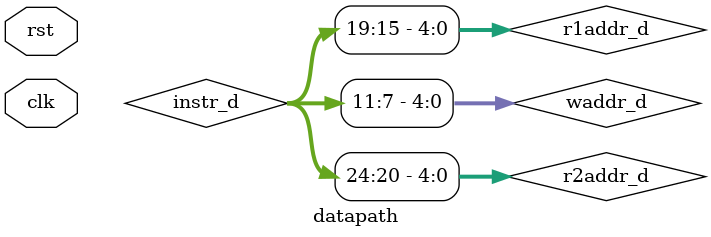
<source format=v>
`default_nettype none
`timescale 1ns/1ps

module datapath
(
	input wire clk, rst
);

// Pipeline Signals
wire stall_f;
wire stall_d;
wire flush_d;
wire flush_e;
wire [1:0] r1forward_e, r2forward_e;

// Fetch Signals
wire [31:0] pc_f;
wire [31:0] pc_4_f = pc_f + 4;
wire [31:0] pc_new = branch_pc ? pc_b_j : pc_4_f;

// Decode Signals
// From fetch
reg [31:0] instr_d;
reg [31:0] pc_d, pc_4_d;
// Controller Decode Signals
wire wb_pc_d, wb_mem_d;
wire wr_mem_d, wr_reg_d;
wire [4:0] alu_op_d;
wire alu_1_d, alu_2_d;
wire branch_d, jump_d, jump_r_d;
wire [3:0] i_b_j_u;
// Register Signals
wire [31:0] r1data_d, r2data_d;
wire [4:0] waddr_d = instr_d[11:7];
wire [4:0] r1addr_d = instr_d[19:15];
wire [4:0] r2addr_d = instr_d[24:20];
// Immediate Generation
wire [31:0] imm_d;

// Execute Signals
// PC and PC+4
reg [31:0] pc_e, pc_4_e;
// Control Signals
reg wb_pc_e, wb_mem_e;
reg wr_mem_e, wr_reg_e;
reg [4:0] alu_op_e;
reg alu_1_e, alu_2_e;
reg branch_e, jump_e, jump_r_e;
// Registers
reg [31:0] r1data_e, r2data_e;
reg [4:0] waddr_e, r1addr_e, r2addr_e;
//Immediate
reg [31:0] imm_e;
// ALU signals
wire [31:0] r1forward_reg_e = r1forward_e[1] ? reg_write_w : (r1forward_e[0] ? alu_out_m : r1data_e);
wire [31:0] r2forward_reg_e = r2forward_e[1] ? reg_write_w : (r2forward_e[0] ? alu_out_m : r2data_e);
wire [31:0] alu_in_1 = alu_1_e ? r1forward_reg_e : pc_e;
wire [31:0] alu_in_2 = alu_2_e ? r2forward_reg_e : imm_e;
wire [31:0] alu_out_e;
// Control flow signals
wire alu_branch;
wire branch_pc = jump_e | (branch_e & alu_branch);
wire [31:0] pc_b_j = imm_e + (jump_r_e ? r1data_e : pc_e);

// Memory Signals
// PC+4
reg [31:0] pc_4_m;
// Control Signals
reg wb_pc_m, wb_mem_m;
reg wr_mem_m, wr_reg_m;
//Registers
reg [31:0] r2data_m;
reg [4:0] waddr_m;
// ALU Out
reg [31:0] alu_out_m;

// WB signals
// Reg write back
reg wb_pc_w, wb_mem_w;
reg wr_reg_w;
reg [4:0] waddr_w;
reg [31:0] pc_4_w;
reg [31:0] alu_out_w, mem_out_w;
wire [31:0] reg_write_w = wb_pc_w ? pc_4_w : (wb_mem_w ? mem_out_w : alu_out_w);


always @ (posedge clk) begin

	// IF/ID Pipeline Stage
	if (flush_d) begin
		// Insert NOP
		instr_d <= 32'b0000000000000000000000010011;
		pc_d    <= 32'hXXXXXXXX;
		pc_4_d  <= 32'hXXXXXXXX;
	end
	else if (stall_d) begin
		instr_d <= instr_d;
		pc_d    <= pc_d;
		pc_4_d  <= pc_4_d;
	end
	else begin
		pc_d    <= pc_f;
		pc_4_d  <= pc_4_f;
	end
	
	// ID/IE stage
	// These Control signals don't affect arch state if left alone
	// So don't need to be flushed
	pc_e <= pc_d;
	pc_4_e <= pc_4_d;
	wb_pc_e <= wb_pc_d;
	wb_mem_e <= wb_mem_d;
	alu_op_e <= alu_op_d;
	alu_1_e <= alu_1_d;
	alu_2_e <= alu_2_d;
	r1data_e <= r1data_d;
	r2data_e <= r2data_d;
	r1addr_e <= r1addr_d;
	r2addr_e <= r2addr_d;
	waddr_e <= waddr_d;
	imm_e <= imm_d;
	if (flush_e) begin

		wr_mem_e <= 1'b0;
		wr_reg_e <= 1'b0;
		branch_e <= 1'b0;
		jump_e <= 1'b0;
		jump_r_e <= 1'b0;
	end
	else begin
		wr_mem_e <= wr_mem_d;
		wr_reg_e <= wr_reg_d;
		branch_e <= branch_d;
		jump_e <= jump_d;
		jump_r_e <= jump_r_d;
	end

	// IE/M Stage
	// Never flushed or stalled
	pc_4_m <= pc_4_e;
	wb_pc_m <= wb_pc_e;
	wb_mem_m <= wb_mem_e;
	wr_reg_m <= wr_reg_e;
	wr_mem_m <= wr_mem_e;
	waddr_m <= waddr_e;
	r2data_m <= r2forward_reg_e; 
	alu_out_m <= alu_out_e;

	// M/W Stage
	// Never flushed or stalled
	pc_4_w <= pc_4_m;
	wb_pc_w <= wb_pc_m;
	wb_mem_w <= wb_mem_m;
	wr_reg_w <= wr_reg_m;
	waddr_w <= waddr_m;
	alu_out_w <= alu_out_m;
end


// Pipeline Control
hazard hazard0
(
	.r1addr_e(r1addr_e), .r2addr_e(r2addr_e),
	.waddr_e(waddr_e), .waddr_m(waddr_m), .waddr_w(waddr_w),
	.wr_reg_m(wr_reg_m), .wr_reg_w(wr_reg_w),
	.r1forward_e(r1forward_e), .r2forward_e(r2forward_e),
	.r1addr_d(r1addr_d), .r2addr_d(r2addr_d),
	.wb_mem_e(wb_mem_e),
	.stall_f(stall_f), .stall_d(stall_d), .flush_e(flush_e), .flush_d(flush_d),
	.branch_pc(branch_pc)
);

// FETCH STAGE

pc pc0(
	.clk(clk), .we(~stall_f), .rst(rst),
	.pc_new(pc_new), .pc(pc_f)
);

memory #(.ADDR_WIDTH(8), .FILE_NAME("instr_mem.mem")) instr_mem
(
	.clk(clk), .we(1'b0),
	.be(4'b1111),
	.addr(pc_f[7:0]),
	.din(32'b0),
	.dout(instr_d)
);

// DECODE STAGE

decode dec0
(
	.opcode(instr_d[6:2]), .func3(instr_d[14:12]), .func7(instr_d[31]),
	.wb_pc_d(wb_pc_d), .wb_mem_d(wb_mem_d),
	.wr_mem_d(wr_mem_d), .wr_reg_d(wr_reg_d),
	.alu_op_d(alu_op_d), .alu_1_d(alu_1_d), .alu_2_d(alu_2_d),
	.branch_d(branch_d), .jump_d(jump_d), .jump_r_d(jump_r_d),
	.i_b_j_u(i_b_j_u)
);

regfile reg0
(
	.clk(clk), .we(wr_reg_w),
	.waddr(waddr_w), .wdata(reg_write_w),
	.r1addr(r1addr_d), .r2addr(r2addr_d), .r1data(r1data_d), .r2data(r2data_d)
);

immediate imm0
(
	.instr(instr_d[31:7]),
	.i(i_b_j_u[3]), .b(i_b_j_u[2]), .j(i_b_j_u[1]), .u(i_b_j_u[0]),
	.imm(imm_d)
);

// EXECUTE STAGE

alu alu0
(
	.A(alu_in_1),
	.B(alu_in_2),
	.C(alu_out_e),
	.OP(alu_op_e),
	.Branch(alu_branch)
);

// MEMORY STAGE
memory #(.ADDR_WIDTH(8), .FILE_NAME("data_mem.mem")) data_mem
(
	.clk(clk), .we(wr_mem_m),
	.be(4'b1111), // TODO Add support for smaller byte writes
	.addr(alu_out_m[7:0]),
	.din(r2data_m),
	.dout(mem_out_w)
);

// WB Stage has no modules only a mux


// Debug Waveforms
`ifdef verilator

initial begin
	$dumpfile("./log_datapath/datapath.vcd");
	$dumpvars(0, datapath);
end

`endif

endmodule

</source>
